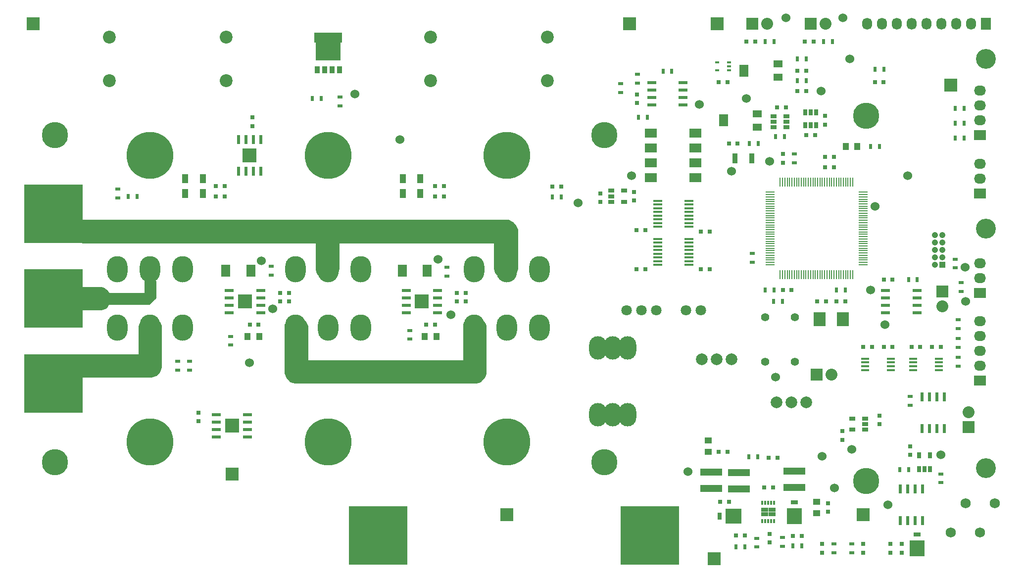
<source format=gts>
G04 #@! TF.FileFunction,Soldermask,Top*
%FSLAX46Y46*%
G04 Gerber Fmt 4.6, Leading zero omitted, Abs format (unit mm)*
G04 Created by KiCad (PCBNEW 4.0.5+dfsg1-4) date Tue Nov 14 04:37:41 2017*
%MOMM*%
%LPD*%
G01*
G04 APERTURE LIST*
%ADD10C,0.100000*%
%ADD11C,0.150000*%
%ADD12C,4.500000*%
%ADD13R,2.235200X2.235200*%
%ADD14R,0.800000X0.750000*%
%ADD15R,0.230000X1.500000*%
%ADD16R,1.500000X0.230000*%
%ADD17R,0.900000X0.500000*%
%ADD18R,1.050000X1.050000*%
%ADD19C,1.050000*%
%ADD20C,1.750000*%
%ADD21R,0.797560X0.797560*%
%ADD22O,3.500120X4.501640*%
%ADD23R,1.000000X1.600000*%
%ADD24R,1.550000X0.600000*%
%ADD25R,1.175000X1.175000*%
%ADD26R,0.500000X0.900000*%
%ADD27C,2.000000*%
%ADD28O,3.000000X4.000000*%
%ADD29R,0.750000X0.800000*%
%ADD30R,2.032000X2.032000*%
%ADD31O,2.032000X2.032000*%
%ADD32R,0.600000X1.550000*%
%ADD33R,2.000000X2.400000*%
%ADD34C,1.397000*%
%ADD35R,1.600000X0.410000*%
%ADD36R,3.700000X1.200000*%
%ADD37R,0.660400X0.406400*%
%ADD38R,1.060000X0.650000*%
%ADD39R,0.300000X0.650000*%
%ADD40R,1.240000X0.775000*%
%ADD41R,0.650000X1.060000*%
%ADD42C,1.800000*%
%ADD43R,2.032000X1.524000*%
%ADD44R,2.540000X2.670000*%
%ADD45R,1.270000X0.762000*%
%ADD46R,2.670000X2.540000*%
%ADD47R,0.762000X1.270000*%
%ADD48R,1.600000X2.000000*%
%ADD49R,1.600000X1.300000*%
%ADD50R,1.600000X2.108200*%
%ADD51R,2.032000X1.727200*%
%ADD52O,2.032000X1.727200*%
%ADD53C,1.524000*%
%ADD54R,10.000000X10.000000*%
%ADD55R,0.900000X1.700000*%
%ADD56R,1.250000X1.000000*%
%ADD57R,1.000000X1.250000*%
%ADD58R,1.727200X2.032000*%
%ADD59O,1.727200X2.032000*%
%ADD60R,1.450000X0.450000*%
%ADD61R,0.701040X1.000760*%
%ADD62C,2.200000*%
%ADD63R,0.850000X1.300000*%
%ADD64R,4.850000X1.700000*%
%ADD65R,4.350000X3.450000*%
%ADD66R,4.700000X1.550000*%
%ADD67R,4.200000X3.300000*%
%ADD68C,3.400000*%
%ADD69C,8.000000*%
%ADD70C,0.254000*%
G04 APERTURE END LIST*
D10*
D11*
X103100000Y-70100000D02*
G75*
G03X103100000Y-70100000I-200000J0D01*
G01*
X103100000Y-68900000D02*
G75*
G03X103100000Y-68900000I-200000J0D01*
G01*
X104300000Y-68900000D02*
G75*
G03X104300000Y-68900000I-200000J0D01*
G01*
X104300000Y-70100000D02*
G75*
G03X104300000Y-70100000I-200000J0D01*
G01*
D12*
X40700000Y-97000000D03*
X40700000Y-41000000D03*
X134700000Y-97000000D03*
X134700000Y-41000000D03*
D13*
X71000000Y-99000000D03*
X37000000Y-22000000D03*
D14*
X151250000Y-57500000D03*
X152750000Y-57500000D03*
D15*
X177200000Y-49050000D03*
X176800000Y-49050000D03*
X176400000Y-49050000D03*
X176000000Y-49050000D03*
X175600000Y-49050000D03*
X175200000Y-49050000D03*
X174800000Y-49050000D03*
X174400000Y-49050000D03*
X174000000Y-49050000D03*
X173600000Y-49050000D03*
X173200000Y-49050000D03*
X172800000Y-49050000D03*
X172400000Y-49050000D03*
X172000000Y-49050000D03*
X171600000Y-49050000D03*
X171200000Y-49050000D03*
X170800000Y-49050000D03*
X170400000Y-49050000D03*
X170000000Y-49050000D03*
X169600000Y-49050000D03*
X169200000Y-49050000D03*
X168800000Y-49050000D03*
X168400000Y-49050000D03*
X168000000Y-49050000D03*
X167600000Y-49050000D03*
X167200000Y-49050000D03*
X166800000Y-49050000D03*
X166400000Y-49050000D03*
X166000000Y-49050000D03*
X165600000Y-49050000D03*
X165200000Y-49050000D03*
X164800000Y-49050000D03*
D16*
X163050000Y-50800000D03*
X163050000Y-51200000D03*
X163050000Y-51600000D03*
X163050000Y-52000000D03*
X163050000Y-52400000D03*
X163050000Y-52800000D03*
X163050000Y-53200000D03*
X163050000Y-53600000D03*
X163050000Y-54000000D03*
X163050000Y-54400000D03*
X163050000Y-54800000D03*
X163050000Y-55200000D03*
X163050000Y-55600000D03*
X163050000Y-56000000D03*
X163050000Y-56400000D03*
X163050000Y-56800000D03*
X163050000Y-57200000D03*
X163050000Y-57600000D03*
X163050000Y-58000000D03*
X163050000Y-58400000D03*
X163050000Y-58800000D03*
X163050000Y-59200000D03*
X163050000Y-59600000D03*
X163050000Y-60000000D03*
X163050000Y-60400000D03*
X163050000Y-60800000D03*
X163050000Y-61200000D03*
X163050000Y-61600000D03*
X163050000Y-62000000D03*
X163050000Y-62400000D03*
X163050000Y-62800000D03*
X163050000Y-63200000D03*
D15*
X164800000Y-64950000D03*
X165200000Y-64950000D03*
X165600000Y-64950000D03*
X166000000Y-64950000D03*
X166400000Y-64950000D03*
X166800000Y-64950000D03*
X167200000Y-64950000D03*
X167600000Y-64950000D03*
X168000000Y-64950000D03*
X168400000Y-64950000D03*
X168800000Y-64950000D03*
X169200000Y-64950000D03*
X169600000Y-64950000D03*
X170000000Y-64950000D03*
X170400000Y-64950000D03*
X170800000Y-64950000D03*
X171200000Y-64950000D03*
X171600000Y-64950000D03*
X172000000Y-64950000D03*
X172400000Y-64950000D03*
X172800000Y-64950000D03*
X173200000Y-64950000D03*
X173600000Y-64950000D03*
X174000000Y-64950000D03*
X174400000Y-64950000D03*
X174800000Y-64950000D03*
X175200000Y-64950000D03*
X175600000Y-64950000D03*
X176000000Y-64950000D03*
X176400000Y-64950000D03*
X176800000Y-64950000D03*
X177200000Y-64950000D03*
D16*
X178950000Y-63200000D03*
X178950000Y-62800000D03*
X178950000Y-62400000D03*
X178950000Y-62000000D03*
X178950000Y-61600000D03*
X178950000Y-61200000D03*
X178950000Y-60800000D03*
X178950000Y-60400000D03*
X178950000Y-60000000D03*
X178950000Y-59600000D03*
X178950000Y-59200000D03*
X178950000Y-58800000D03*
X178950000Y-58400000D03*
X178950000Y-58000000D03*
X178950000Y-57600000D03*
X178950000Y-57200000D03*
X178950000Y-56800000D03*
X178950000Y-56400000D03*
X178950000Y-56000000D03*
X178950000Y-55600000D03*
X178950000Y-55200000D03*
X178950000Y-54800000D03*
X178950000Y-54400000D03*
X178950000Y-54000000D03*
X178950000Y-53600000D03*
X178950000Y-53200000D03*
X178950000Y-52800000D03*
X178950000Y-52400000D03*
X178950000Y-52000000D03*
X178950000Y-51600000D03*
X178950000Y-51200000D03*
X178950000Y-50800000D03*
D17*
X195750000Y-67750000D03*
X195750000Y-66250000D03*
D18*
X192500000Y-63250000D03*
D19*
X192500000Y-61980000D03*
X192500000Y-60710000D03*
X192500000Y-59440000D03*
X192500000Y-58170000D03*
X191230000Y-61980000D03*
X191230000Y-60710000D03*
X191230000Y-59440000D03*
X191230000Y-58170000D03*
X191230000Y-63250000D03*
D20*
X201500000Y-104000000D03*
X199000000Y-109000000D03*
X194000000Y-109000000D03*
X196500000Y-104000000D03*
D21*
X179000000Y-111000700D03*
X179000000Y-112499300D03*
D22*
X57000000Y-64000000D03*
X62588000Y-64000000D03*
X51412000Y-64000000D03*
D14*
X179000000Y-77250000D03*
X180500000Y-77250000D03*
D23*
X66000000Y-51000000D03*
X63000000Y-51000000D03*
D24*
X73700000Y-92655000D03*
X73700000Y-91385000D03*
X73700000Y-90115000D03*
X73700000Y-88845000D03*
X68300000Y-88845000D03*
X68300000Y-90115000D03*
X68300000Y-91385000D03*
X68300000Y-92655000D03*
D25*
X70412500Y-90162500D03*
X70412500Y-91337500D03*
X71587500Y-90162500D03*
X71587500Y-91337500D03*
D17*
X137500000Y-33750000D03*
X137500000Y-32250000D03*
D26*
X165150000Y-69500000D03*
X163650000Y-69500000D03*
D27*
X156464000Y-79375000D03*
X153964000Y-79375000D03*
D28*
X133604000Y-77470000D03*
X136144000Y-77470000D03*
X138684000Y-77470000D03*
X138684000Y-88900000D03*
X136144000Y-88900000D03*
X133604000Y-88900000D03*
D27*
X151384000Y-79375000D03*
D29*
X140300000Y-35550000D03*
X140300000Y-34050000D03*
D14*
X157500000Y-42500000D03*
X156000000Y-42500000D03*
X169250000Y-30000000D03*
X167750000Y-30000000D03*
X169250000Y-33500000D03*
X167750000Y-33500000D03*
D29*
X165250000Y-45750000D03*
X165250000Y-44250000D03*
X181750000Y-89000000D03*
X181750000Y-90500000D03*
D14*
X163550000Y-101350000D03*
X162050000Y-101350000D03*
X162850000Y-96200000D03*
X164350000Y-96200000D03*
D29*
X175400000Y-91650000D03*
X175400000Y-93150000D03*
D14*
X154500000Y-103750000D03*
X156000000Y-103750000D03*
D29*
X163000000Y-110750000D03*
X163000000Y-109250000D03*
D14*
X157250000Y-109500000D03*
X158750000Y-109500000D03*
X155750000Y-95250000D03*
X154250000Y-95250000D03*
D29*
X172500000Y-37750000D03*
X172500000Y-39250000D03*
X173000000Y-105500000D03*
X173000000Y-104000000D03*
D14*
X169250000Y-41000000D03*
X170750000Y-41000000D03*
D29*
X134000000Y-52500000D03*
X134000000Y-51000000D03*
X139750000Y-50750000D03*
X139750000Y-52250000D03*
D14*
X184000000Y-65750000D03*
X182500000Y-65750000D03*
X184000000Y-77250000D03*
X182500000Y-77250000D03*
X175900000Y-69500000D03*
X174400000Y-69500000D03*
X171150000Y-69500000D03*
X172650000Y-69500000D03*
X174000000Y-46500000D03*
X172500000Y-46500000D03*
X174000000Y-44750000D03*
X172500000Y-44750000D03*
X141750000Y-57250000D03*
X140250000Y-57250000D03*
D29*
X74500000Y-39500000D03*
X74500000Y-38000000D03*
X65250000Y-90000000D03*
X65250000Y-88500000D03*
D23*
X66000000Y-48500000D03*
X63000000Y-48500000D03*
D29*
X109500000Y-69500000D03*
X109500000Y-68000000D03*
D30*
X171000000Y-82000000D03*
D31*
X173540000Y-82000000D03*
D32*
X192905000Y-85800000D03*
X191635000Y-85800000D03*
X190365000Y-85800000D03*
X189095000Y-85800000D03*
X189095000Y-91200000D03*
X190365000Y-91200000D03*
X191635000Y-91200000D03*
X192905000Y-91200000D03*
X189155000Y-101550000D03*
X187885000Y-101550000D03*
X186615000Y-101550000D03*
X185345000Y-101550000D03*
X185345000Y-106950000D03*
X186615000Y-106950000D03*
X187885000Y-106950000D03*
X189155000Y-106950000D03*
D26*
X144750000Y-30100000D03*
X146250000Y-30100000D03*
X142050000Y-38000000D03*
X140550000Y-38000000D03*
X164000000Y-41250000D03*
X165500000Y-41250000D03*
X161000000Y-42500000D03*
X159500000Y-42500000D03*
X167750000Y-28000000D03*
X169250000Y-28000000D03*
X169250000Y-31750000D03*
X167750000Y-31750000D03*
D17*
X167250000Y-45750000D03*
X167250000Y-44250000D03*
X187000000Y-85750000D03*
X187000000Y-87250000D03*
D26*
X84750000Y-34750000D03*
X86250000Y-34750000D03*
X160950000Y-96100000D03*
X159450000Y-96100000D03*
X181000000Y-29750000D03*
X182500000Y-29750000D03*
X168500000Y-111300000D03*
X167000000Y-111300000D03*
D17*
X165200000Y-111350000D03*
X165200000Y-109850000D03*
X160750000Y-110000000D03*
X160750000Y-111500000D03*
D26*
X158750000Y-111500000D03*
X157250000Y-111500000D03*
D17*
X174000000Y-112500000D03*
X174000000Y-111000000D03*
X177000000Y-112500000D03*
X177000000Y-111000000D03*
D26*
X125850000Y-51600000D03*
X127350000Y-51600000D03*
X185250000Y-98250000D03*
X186750000Y-98250000D03*
D17*
X192250000Y-100500000D03*
X192250000Y-99000000D03*
X194750000Y-63750000D03*
X194750000Y-62250000D03*
D26*
X188250000Y-65750000D03*
X186750000Y-65750000D03*
X162250000Y-67500000D03*
X163750000Y-67500000D03*
X175900000Y-67500000D03*
X174400000Y-67500000D03*
D17*
X160000000Y-62750000D03*
X160000000Y-61250000D03*
X89500000Y-36000000D03*
X89500000Y-34500000D03*
X70800000Y-76950000D03*
X70800000Y-75450000D03*
D33*
X171500000Y-72500000D03*
X175500000Y-72500000D03*
D14*
X151250000Y-64000000D03*
X152750000Y-64000000D03*
D17*
X195200000Y-80550000D03*
X195200000Y-79050000D03*
X51500000Y-50250000D03*
X51500000Y-51750000D03*
X63750000Y-81250000D03*
X63750000Y-79750000D03*
D26*
X54750000Y-51500000D03*
X53250000Y-51500000D03*
D17*
X101400000Y-75950000D03*
X101400000Y-74450000D03*
X107800000Y-65150000D03*
X107800000Y-63650000D03*
X77750000Y-65000000D03*
X77750000Y-63500000D03*
D34*
X167290000Y-79810000D03*
X162210000Y-79810000D03*
X167290000Y-72190000D03*
X162210000Y-72190000D03*
D35*
X149154300Y-63222500D03*
X149154300Y-62587500D03*
X149154300Y-61952500D03*
X149154300Y-61317500D03*
X149154300Y-60682500D03*
X149154300Y-60047500D03*
X149154300Y-59412500D03*
X149154300Y-58777500D03*
X143845700Y-58777500D03*
X143845700Y-59412500D03*
X143845700Y-60047500D03*
X143845700Y-60682500D03*
X143845700Y-61317500D03*
X143845700Y-61952500D03*
X143845700Y-62587500D03*
X143845700Y-63222500D03*
D29*
X79250000Y-69500000D03*
X79250000Y-68000000D03*
D36*
X167250000Y-98500000D03*
X167250000Y-101300000D03*
X157750000Y-98750000D03*
X157750000Y-101550000D03*
X153000000Y-101500000D03*
X153000000Y-98700000D03*
D14*
X168500000Y-109650000D03*
X167000000Y-109650000D03*
D23*
X103250000Y-51000000D03*
X100250000Y-51000000D03*
X103250000Y-48500000D03*
X100250000Y-48500000D03*
D14*
X141750000Y-64000000D03*
X140250000Y-64000000D03*
X75550000Y-73500000D03*
X74050000Y-73500000D03*
D37*
X156016000Y-29910400D03*
X156016000Y-28589600D03*
X156016000Y-29250000D03*
X153984000Y-28589600D03*
X153984000Y-29910400D03*
D38*
X163650000Y-37800000D03*
X163650000Y-38750000D03*
X163650000Y-39700000D03*
X165850000Y-39700000D03*
X165850000Y-37800000D03*
X165850000Y-38750000D03*
X179350000Y-91450000D03*
X179350000Y-90500000D03*
X179350000Y-89550000D03*
X177150000Y-89550000D03*
X177150000Y-91450000D03*
D39*
X161750000Y-107050000D03*
X162250000Y-107050000D03*
X162750000Y-107050000D03*
X163250000Y-107050000D03*
X163750000Y-107050000D03*
X163750000Y-103950000D03*
X163250000Y-103950000D03*
X162750000Y-103950000D03*
X162250000Y-103950000D03*
X161750000Y-103950000D03*
D40*
X163370000Y-105112500D03*
X162130000Y-105112500D03*
X163370000Y-105887500D03*
X162130000Y-105887500D03*
D41*
X169050000Y-39350000D03*
X170000000Y-39350000D03*
X170950000Y-39350000D03*
X170950000Y-37150000D03*
X169050000Y-37150000D03*
X170000000Y-37150000D03*
D42*
X151250000Y-71000000D03*
X148710000Y-71000000D03*
X141090000Y-71000000D03*
X143630000Y-71000000D03*
X138550000Y-71000000D03*
D38*
X135900000Y-50550000D03*
X135900000Y-51500000D03*
X135900000Y-52450000D03*
X138100000Y-52450000D03*
X138100000Y-50550000D03*
D24*
X182800000Y-67595000D03*
X182800000Y-68865000D03*
X182800000Y-70135000D03*
X182800000Y-71405000D03*
X188200000Y-71405000D03*
X188200000Y-70135000D03*
X188200000Y-68865000D03*
X188200000Y-67595000D03*
D43*
X142690000Y-40690000D03*
X142690000Y-43230000D03*
X142690000Y-45770000D03*
X142690000Y-48310000D03*
X150310000Y-48310000D03*
X150310000Y-45770000D03*
X150310000Y-43230000D03*
X150310000Y-40690000D03*
D44*
X167200000Y-106200000D03*
D45*
X167200000Y-103850000D03*
D46*
X156800000Y-106200000D03*
D47*
X154450000Y-106200000D03*
D21*
X182499300Y-32000000D03*
X181000700Y-32000000D03*
X172000000Y-111000700D03*
X172000000Y-112499300D03*
X127349300Y-49800000D03*
X125850700Y-49800000D03*
D44*
X188250000Y-111750000D03*
D45*
X188250000Y-109400000D03*
D26*
X181750000Y-43000000D03*
X180250000Y-43000000D03*
D48*
X155100000Y-38500000D03*
D49*
X160900000Y-39650000D03*
X160900000Y-37350000D03*
D48*
X158600000Y-30000000D03*
D49*
X164400000Y-31150000D03*
X164400000Y-28850000D03*
D50*
X104415000Y-64250000D03*
X100123000Y-64250000D03*
X74265000Y-64200000D03*
X69973000Y-64200000D03*
D51*
X199000000Y-51000000D03*
D52*
X199000000Y-48460000D03*
X199000000Y-45920000D03*
D12*
X179500000Y-100250000D03*
X179500000Y-37750000D03*
D26*
X163750000Y-25000000D03*
X162250000Y-25000000D03*
D17*
X195200000Y-74150000D03*
X195200000Y-72650000D03*
X195200000Y-75850000D03*
X195200000Y-77350000D03*
D53*
X92000000Y-34000000D03*
X99778175Y-41778175D03*
D26*
X173750000Y-25000000D03*
X172250000Y-25000000D03*
D14*
X154250000Y-32000000D03*
X155750000Y-32000000D03*
X165750000Y-36250000D03*
X164250000Y-36250000D03*
X170500000Y-25000000D03*
X169000000Y-25000000D03*
X160500000Y-25000000D03*
X159000000Y-25000000D03*
D54*
X40500000Y-54500000D03*
X40500000Y-83500000D03*
X40500000Y-69000000D03*
X96000000Y-109500000D03*
X142500000Y-109500000D03*
D32*
X72095000Y-47200000D03*
X73365000Y-47200000D03*
X74635000Y-47200000D03*
X75905000Y-47200000D03*
X75905000Y-41800000D03*
X74635000Y-41800000D03*
X73365000Y-41800000D03*
X72095000Y-41800000D03*
D25*
X74587500Y-43912500D03*
X73412500Y-43912500D03*
X74587500Y-45087500D03*
X73412500Y-45087500D03*
D14*
X68250000Y-51500000D03*
X69750000Y-51500000D03*
X68250000Y-49750000D03*
X69750000Y-49750000D03*
X105750000Y-51500000D03*
X107250000Y-51500000D03*
X105750000Y-49750000D03*
X107250000Y-49750000D03*
D55*
X157050000Y-45000000D03*
X159950000Y-45000000D03*
D29*
X185550000Y-112500000D03*
X185550000Y-111000000D03*
X183650000Y-112500000D03*
X183650000Y-111000000D03*
D56*
X152500000Y-93250000D03*
X152500000Y-95250000D03*
X171000000Y-105750000D03*
X171000000Y-103750000D03*
D57*
X106000000Y-75500000D03*
X104000000Y-75500000D03*
D14*
X165250000Y-67500000D03*
X166750000Y-67500000D03*
D35*
X149154300Y-56722500D03*
X149154300Y-56087500D03*
X149154300Y-55452500D03*
X149154300Y-54817500D03*
X149154300Y-54182500D03*
X149154300Y-53547500D03*
X149154300Y-52912500D03*
X149154300Y-52277500D03*
X143845700Y-52277500D03*
X143845700Y-52912500D03*
X143845700Y-53547500D03*
X143845700Y-54182500D03*
X143845700Y-54817500D03*
X143845700Y-55452500D03*
X143845700Y-56087500D03*
X143845700Y-56722500D03*
D17*
X61750000Y-79750000D03*
X61750000Y-81250000D03*
D57*
X75700000Y-75500000D03*
X73700000Y-75500000D03*
D14*
X105750000Y-73500000D03*
X104250000Y-73500000D03*
D29*
X111000000Y-69500000D03*
X111000000Y-68000000D03*
X80750000Y-69500000D03*
X80750000Y-68000000D03*
D57*
X178000000Y-43000000D03*
X176000000Y-43000000D03*
D24*
X75950000Y-71405000D03*
X75950000Y-70135000D03*
X75950000Y-68865000D03*
X75950000Y-67595000D03*
X70550000Y-67595000D03*
X70550000Y-68865000D03*
X70550000Y-70135000D03*
X70550000Y-71405000D03*
D25*
X72662500Y-68912500D03*
X72662500Y-70087500D03*
X73837500Y-68912500D03*
X73837500Y-70087500D03*
D24*
X106200000Y-71405000D03*
X106200000Y-70135000D03*
X106200000Y-68865000D03*
X106200000Y-67595000D03*
X100800000Y-67595000D03*
X100800000Y-68865000D03*
X100800000Y-70135000D03*
X100800000Y-71405000D03*
D25*
X102912500Y-68912500D03*
X102912500Y-70087500D03*
X104087500Y-68912500D03*
X104087500Y-70087500D03*
D17*
X140400000Y-32150000D03*
X140400000Y-30650000D03*
D58*
X200000000Y-22000000D03*
D59*
X197460000Y-22000000D03*
X194920000Y-22000000D03*
X192380000Y-22000000D03*
X189840000Y-22000000D03*
X187300000Y-22000000D03*
X184760000Y-22000000D03*
X182220000Y-22000000D03*
X179680000Y-22000000D03*
D24*
X148200000Y-35905000D03*
X148200000Y-34635000D03*
X148200000Y-33365000D03*
X148200000Y-32095000D03*
X142800000Y-32095000D03*
X142800000Y-33365000D03*
X142800000Y-34635000D03*
X142800000Y-35905000D03*
D60*
X179300000Y-79275000D03*
X179300000Y-79925000D03*
X179300000Y-80575000D03*
X179300000Y-81225000D03*
X183700000Y-81225000D03*
X183700000Y-80575000D03*
X183700000Y-79925000D03*
X183700000Y-79275000D03*
D29*
X187000000Y-95750000D03*
X187000000Y-94250000D03*
D61*
X188550040Y-98198880D03*
X189500000Y-98198880D03*
X190449960Y-98198880D03*
X188550040Y-95801120D03*
X190449960Y-95801120D03*
D53*
X151000000Y-35800000D03*
X186600000Y-48000000D03*
X156500000Y-47200000D03*
X159000000Y-34750000D03*
X163000000Y-45500000D03*
X171800000Y-33500000D03*
X175500000Y-21000000D03*
X165750000Y-21000000D03*
X172000000Y-96000000D03*
X177000000Y-94800000D03*
X164000000Y-82400000D03*
X176700000Y-28000000D03*
X149000000Y-98600000D03*
X174100000Y-101400000D03*
X192250000Y-95750000D03*
X130200000Y-52600000D03*
X183250000Y-104250000D03*
X139400000Y-48000000D03*
X180250000Y-67500000D03*
X182750000Y-73500000D03*
X196400000Y-63600000D03*
X196500000Y-69500000D03*
X181000000Y-53250000D03*
X74000000Y-80000000D03*
X106250000Y-62250000D03*
X108500000Y-71750000D03*
X78000000Y-70750000D03*
X76000000Y-62500000D03*
D13*
X194000000Y-32500000D03*
X154000000Y-22000000D03*
D22*
X87500000Y-64000000D03*
X93088000Y-64000000D03*
X81912000Y-64000000D03*
X57000000Y-74000000D03*
X51412000Y-74000000D03*
X62588000Y-74000000D03*
X87500000Y-74000000D03*
X81912000Y-74000000D03*
X93088000Y-74000000D03*
X118000000Y-74000000D03*
X112412000Y-74000000D03*
X123588000Y-74000000D03*
X118000000Y-64000000D03*
X123588000Y-64000000D03*
X112412000Y-64000000D03*
D62*
X50000000Y-31750000D03*
X50000000Y-24250000D03*
X105000000Y-31750000D03*
X105000000Y-24250000D03*
X70000000Y-31750000D03*
X70000000Y-24250000D03*
X125000000Y-31750000D03*
X125000000Y-24250000D03*
D63*
X86865000Y-29825000D03*
X85595000Y-29825000D03*
X88135000Y-29825000D03*
D64*
X87500000Y-24350000D03*
D65*
X87500000Y-26550000D03*
D63*
X89405000Y-29825000D03*
D66*
X87500000Y-24350000D03*
D67*
X87500000Y-26550000D03*
D51*
X199000000Y-68000000D03*
D52*
X199000000Y-65460000D03*
X199000000Y-62920000D03*
D51*
X199000000Y-83000000D03*
D52*
X199000000Y-80460000D03*
X199000000Y-77920000D03*
X199000000Y-75380000D03*
X199000000Y-72840000D03*
D30*
X160000000Y-22000000D03*
D31*
X162540000Y-22000000D03*
D27*
X169250000Y-86750000D03*
X166710000Y-86750000D03*
X164170000Y-86750000D03*
D30*
X197000000Y-91000000D03*
D31*
X197000000Y-88460000D03*
D14*
X187250000Y-77250000D03*
X188750000Y-77250000D03*
X192250000Y-77250000D03*
X190750000Y-77250000D03*
D60*
X187550000Y-79275000D03*
X187550000Y-79925000D03*
X187550000Y-80575000D03*
X187550000Y-81225000D03*
X191950000Y-81225000D03*
X191950000Y-80575000D03*
X191950000Y-79925000D03*
X191950000Y-79275000D03*
D30*
X192500000Y-67750000D03*
D31*
X192500000Y-70290000D03*
D51*
X199000000Y-41000000D03*
D52*
X199000000Y-38460000D03*
X199000000Y-35920000D03*
X199000000Y-33380000D03*
D26*
X196250000Y-41500000D03*
X194750000Y-41500000D03*
X196250000Y-39000000D03*
X194750000Y-39000000D03*
X196250000Y-36500000D03*
X194750000Y-36500000D03*
D13*
X153500000Y-113500000D03*
X179000000Y-106000000D03*
X139000000Y-22000000D03*
X118000000Y-106000000D03*
D30*
X170000000Y-22000000D03*
D31*
X172540000Y-22000000D03*
D68*
X200000000Y-28000000D03*
X200000000Y-57000000D03*
X200000000Y-98000000D03*
D69*
X57000000Y-93500000D03*
X57000000Y-44500000D03*
X87500000Y-44500000D03*
X118000000Y-44500000D03*
X87500000Y-93500000D03*
X118000000Y-93500000D03*
D70*
G36*
X58873000Y-73626067D02*
X58873000Y-80776970D01*
X58590745Y-81529649D01*
X58029649Y-82090745D01*
X57276970Y-82373000D01*
X45377000Y-82373000D01*
X45377000Y-78627000D01*
X55000000Y-78627000D01*
X55049410Y-78616994D01*
X55091035Y-78588553D01*
X55118315Y-78546159D01*
X55127000Y-78500000D01*
X55127000Y-73723030D01*
X55388011Y-73027000D01*
X58616257Y-73027000D01*
X58873000Y-73626067D01*
X58873000Y-73626067D01*
G37*
X58873000Y-73626067D02*
X58873000Y-80776970D01*
X58590745Y-81529649D01*
X58029649Y-82090745D01*
X57276970Y-82373000D01*
X45377000Y-82373000D01*
X45377000Y-78627000D01*
X55000000Y-78627000D01*
X55049410Y-78616994D01*
X55091035Y-78588553D01*
X55118315Y-78546159D01*
X55127000Y-78500000D01*
X55127000Y-73723030D01*
X55388011Y-73027000D01*
X58616257Y-73027000D01*
X58873000Y-73626067D01*
G36*
X57873000Y-68847394D02*
X56847394Y-69873000D01*
X50000000Y-69873000D01*
X49950590Y-69883006D01*
X49898400Y-69923800D01*
X49603818Y-70316576D01*
X49324768Y-70595626D01*
X48955674Y-70780173D01*
X48584366Y-70873000D01*
X45377000Y-70873000D01*
X45377000Y-67127000D01*
X48584366Y-67127000D01*
X48955674Y-67219827D01*
X49136132Y-67310056D01*
X49419086Y-67498692D01*
X49701308Y-67780914D01*
X49894330Y-68070447D01*
X49930063Y-68106008D01*
X50000000Y-68127000D01*
X56000000Y-68127000D01*
X56049410Y-68116994D01*
X56091035Y-68088553D01*
X56118315Y-68046159D01*
X56127000Y-68000000D01*
X56127000Y-66027000D01*
X57873000Y-66027000D01*
X57873000Y-68847394D01*
X57873000Y-68847394D01*
G37*
X57873000Y-68847394D02*
X56847394Y-69873000D01*
X50000000Y-69873000D01*
X49950590Y-69883006D01*
X49898400Y-69923800D01*
X49603818Y-70316576D01*
X49324768Y-70595626D01*
X48955674Y-70780173D01*
X48584366Y-70873000D01*
X45377000Y-70873000D01*
X45377000Y-67127000D01*
X48584366Y-67127000D01*
X48955674Y-67219827D01*
X49136132Y-67310056D01*
X49419086Y-67498692D01*
X49701308Y-67780914D01*
X49894330Y-68070447D01*
X49930063Y-68106008D01*
X50000000Y-68127000D01*
X56000000Y-68127000D01*
X56049410Y-68116994D01*
X56091035Y-68088553D01*
X56118315Y-68046159D01*
X56127000Y-68000000D01*
X56127000Y-66027000D01*
X57873000Y-66027000D01*
X57873000Y-68847394D01*
G36*
X119019443Y-56001712D02*
X119490570Y-56567064D01*
X119773000Y-57226067D01*
X119773000Y-63875541D01*
X119608331Y-64287214D01*
X116363957Y-64859751D01*
X116116074Y-64446613D01*
X115927000Y-63879390D01*
X115927000Y-59500000D01*
X115916994Y-59450590D01*
X115888553Y-59408965D01*
X115846159Y-59381685D01*
X115800000Y-59373000D01*
X89400000Y-59373000D01*
X89350590Y-59383006D01*
X89308965Y-59411447D01*
X89281685Y-59453841D01*
X89273000Y-59500000D01*
X89273000Y-63784366D01*
X89176792Y-64169198D01*
X89176024Y-64172450D01*
X88998798Y-64969969D01*
X85779634Y-64875287D01*
X85521199Y-64358418D01*
X85427000Y-63887423D01*
X85427000Y-59500000D01*
X85416994Y-59450590D01*
X85388553Y-59408965D01*
X85346159Y-59381685D01*
X85300000Y-59373000D01*
X45377000Y-59373000D01*
X45377000Y-55627000D01*
X118270020Y-55627000D01*
X119019443Y-56001712D01*
X119019443Y-56001712D01*
G37*
X119019443Y-56001712D02*
X119490570Y-56567064D01*
X119773000Y-57226067D01*
X119773000Y-63875541D01*
X119608331Y-64287214D01*
X116363957Y-64859751D01*
X116116074Y-64446613D01*
X115927000Y-63879390D01*
X115927000Y-59500000D01*
X115916994Y-59450590D01*
X115888553Y-59408965D01*
X115846159Y-59381685D01*
X115800000Y-59373000D01*
X89400000Y-59373000D01*
X89350590Y-59383006D01*
X89308965Y-59411447D01*
X89281685Y-59453841D01*
X89273000Y-59500000D01*
X89273000Y-63784366D01*
X89176792Y-64169198D01*
X89176024Y-64172450D01*
X88998798Y-64969969D01*
X85779634Y-64875287D01*
X85521199Y-64358418D01*
X85427000Y-63887423D01*
X85427000Y-59500000D01*
X85416994Y-59450590D01*
X85388553Y-59408965D01*
X85346159Y-59381685D01*
X85300000Y-59373000D01*
X45377000Y-59373000D01*
X45377000Y-55627000D01*
X118270020Y-55627000D01*
X119019443Y-56001712D01*
G36*
X82930021Y-72407000D02*
X83495964Y-72878619D01*
X83873000Y-73726952D01*
X83873000Y-79500000D01*
X83883006Y-79549410D01*
X83911447Y-79591035D01*
X83953841Y-79618315D01*
X84000000Y-79627000D01*
X110500000Y-79627000D01*
X110549410Y-79616994D01*
X110591035Y-79588553D01*
X110618315Y-79546159D01*
X110627000Y-79500000D01*
X110627000Y-73420610D01*
X110715105Y-73156294D01*
X110867968Y-72927000D01*
X113947394Y-72927000D01*
X114101308Y-73080914D01*
X114282127Y-73352143D01*
X114373000Y-73715634D01*
X114373000Y-81875541D01*
X114188320Y-82337239D01*
X113903818Y-82716576D01*
X113524768Y-83095626D01*
X113158418Y-83278801D01*
X112687423Y-83373000D01*
X81812577Y-83373000D01*
X81341582Y-83278801D01*
X80975232Y-83095626D01*
X80404374Y-82524768D01*
X80317630Y-82351280D01*
X80127000Y-81779390D01*
X80127000Y-73429980D01*
X80308470Y-73067040D01*
X80591927Y-72689097D01*
X81061647Y-72313321D01*
X81620610Y-72127000D01*
X82370020Y-72127000D01*
X82930021Y-72407000D01*
X82930021Y-72407000D01*
G37*
X82930021Y-72407000D02*
X83495964Y-72878619D01*
X83873000Y-73726952D01*
X83873000Y-79500000D01*
X83883006Y-79549410D01*
X83911447Y-79591035D01*
X83953841Y-79618315D01*
X84000000Y-79627000D01*
X110500000Y-79627000D01*
X110549410Y-79616994D01*
X110591035Y-79588553D01*
X110618315Y-79546159D01*
X110627000Y-79500000D01*
X110627000Y-73420610D01*
X110715105Y-73156294D01*
X110867968Y-72927000D01*
X113947394Y-72927000D01*
X114101308Y-73080914D01*
X114282127Y-73352143D01*
X114373000Y-73715634D01*
X114373000Y-81875541D01*
X114188320Y-82337239D01*
X113903818Y-82716576D01*
X113524768Y-83095626D01*
X113158418Y-83278801D01*
X112687423Y-83373000D01*
X81812577Y-83373000D01*
X81341582Y-83278801D01*
X80975232Y-83095626D01*
X80404374Y-82524768D01*
X80317630Y-82351280D01*
X80127000Y-81779390D01*
X80127000Y-73429980D01*
X80308470Y-73067040D01*
X80591927Y-72689097D01*
X81061647Y-72313321D01*
X81620610Y-72127000D01*
X82370020Y-72127000D01*
X82930021Y-72407000D01*
M02*

</source>
